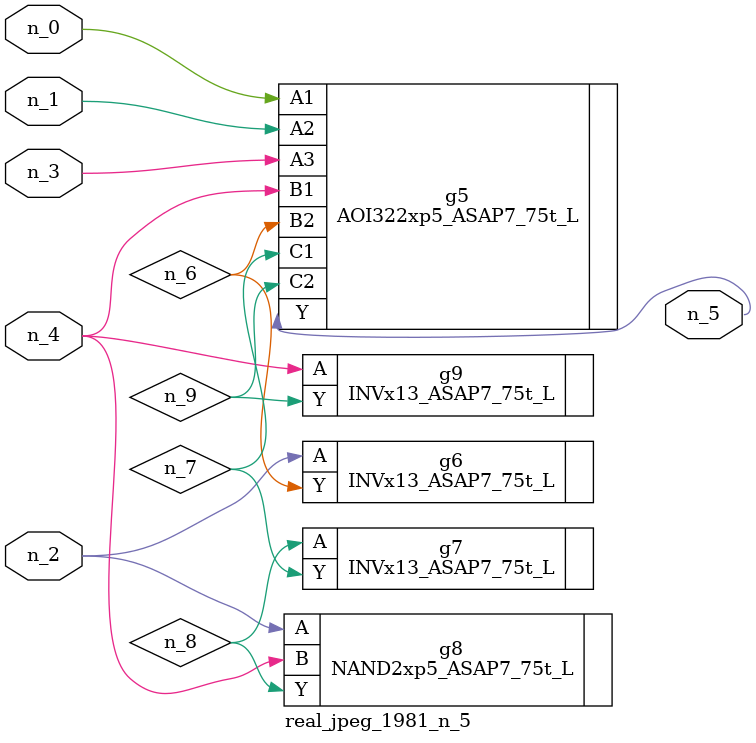
<source format=v>
module real_jpeg_1981_n_5 (n_4, n_0, n_1, n_2, n_3, n_5);

input n_4;
input n_0;
input n_1;
input n_2;
input n_3;

output n_5;

wire n_8;
wire n_6;
wire n_7;
wire n_9;

AOI322xp5_ASAP7_75t_L g5 ( 
.A1(n_0),
.A2(n_1),
.A3(n_3),
.B1(n_4),
.B2(n_6),
.C1(n_7),
.C2(n_9),
.Y(n_5)
);

INVx13_ASAP7_75t_L g6 ( 
.A(n_2),
.Y(n_6)
);

NAND2xp5_ASAP7_75t_L g8 ( 
.A(n_2),
.B(n_4),
.Y(n_8)
);

INVx13_ASAP7_75t_L g9 ( 
.A(n_4),
.Y(n_9)
);

INVx13_ASAP7_75t_L g7 ( 
.A(n_8),
.Y(n_7)
);


endmodule
</source>
